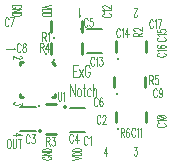
<source format=gto>
G04 DipTrace 2.4.0.2*
%INECGNCHADCBFR0402.gto*%
%MOMM*%
%ADD10C,0.25*%
%ADD14C,0.152*%
%ADD17O,0.308X0.357*%
%ADD26O,0.33X0.322*%
%ADD29O,0.322X0.33*%
%ADD32O,0.3X0.299*%
%ADD66C,0.118*%
%ADD68C,0.083*%
%ADD69C,0.111*%
%FSLAX53Y53*%
G04*
G71*
G90*
G75*
G01*
%LNTopSilk*%
%LPD*%
X14138Y13508D2*
D14*
X12838D1*
X14138Y15508D2*
X12838D1*
D17*
X14523Y13459D3*
X17025Y15448D2*
D14*
X18326D1*
X17025Y13448D2*
X18326D1*
D17*
X16641Y15496D3*
X18450Y22099D2*
D14*
X19751D1*
X18450Y20099D2*
X19751D1*
D17*
X18066Y22148D3*
X15436Y21896D2*
D10*
Y22796D1*
X18036Y21896D2*
Y22796D1*
D26*
X15668Y21335D3*
X20918Y20188D2*
D10*
Y21088D1*
X23518Y20188D2*
Y21088D1*
D26*
X21150Y19627D3*
X14976Y15798D2*
D10*
X15876D1*
X14976Y13198D2*
X15876D1*
D29*
X14414Y15566D3*
X15448Y20042D2*
D10*
Y20942D1*
X18048Y20042D2*
Y20942D1*
D26*
X15680Y19480D3*
X20782Y17204D2*
D10*
Y18104D1*
X23382Y17204D2*
Y18104D1*
D26*
X21014Y16643D3*
X20916Y14211D2*
D10*
Y15112D1*
X23516Y14211D2*
Y15112D1*
D26*
X21148Y13650D3*
X15798Y16658D2*
D10*
Y16358D1*
X15498D1*
X12798Y16658D2*
Y16358D1*
X13098D2*
X12798D1*
Y19358D2*
Y19059D1*
X13098Y19358D2*
X12798D1*
D32*
X15048Y20009D3*
X15798Y19059D2*
D10*
X15498Y19358D1*
X18541Y12900D2*
D66*
X18520Y12973D1*
X18476Y13046D1*
X18432Y13082D1*
X18345D1*
X18301Y13046D1*
X18257Y12973D1*
X18235Y12900D1*
X18213Y12791D1*
Y12608D1*
X18235Y12499D1*
X18257Y12426D1*
X18301Y12353D1*
X18345Y12316D1*
X18432D1*
X18476Y12353D1*
X18520Y12426D1*
X18541Y12499D1*
X18683Y12935D2*
X18727Y12973D1*
X18792Y13081D1*
Y12316D1*
X19626Y14679D2*
X19604Y14752D1*
X19560Y14825D1*
X19517Y14861D1*
X19430D1*
X19386Y14825D1*
X19342Y14752D1*
X19320Y14679D1*
X19298Y14570D1*
Y14387D1*
X19320Y14279D1*
X19342Y14205D1*
X19386Y14133D1*
X19430Y14096D1*
X19517D1*
X19560Y14133D1*
X19604Y14205D1*
X19626Y14279D1*
X19790Y14679D2*
Y14715D1*
X19811Y14788D1*
X19833Y14824D1*
X19877Y14861D1*
X19964D1*
X20008Y14824D1*
X20030Y14788D1*
X20052Y14715D1*
Y14642D1*
X20030Y14569D1*
X19986Y14460D1*
X19767Y14096D1*
X20074D1*
X13636Y13024D2*
X13614Y13097D1*
X13570Y13170D1*
X13526Y13206D1*
X13439D1*
X13395Y13170D1*
X13351Y13097D1*
X13329Y13024D1*
X13308Y12915D1*
Y12732D1*
X13329Y12623D1*
X13351Y12550D1*
X13395Y12477D1*
X13439Y12440D1*
X13526D1*
X13570Y12477D1*
X13614Y12550D1*
X13636Y12623D1*
X13821Y13205D2*
X14061D1*
X13930Y12914D1*
X13996D1*
X14039Y12878D1*
X14061Y12841D1*
X14083Y12732D1*
Y12659D1*
X14061Y12550D1*
X14017Y12477D1*
X13952Y12440D1*
X13886D1*
X13821Y12477D1*
X13799Y12514D1*
X13777Y12586D1*
X17297Y13090D2*
X17276Y13163D1*
X17232Y13236D1*
X17188Y13272D1*
X17101D1*
X17057Y13236D1*
X17013Y13163D1*
X16991Y13090D1*
X16969Y12981D1*
Y12798D1*
X16991Y12690D1*
X17013Y12616D1*
X17057Y12544D1*
X17101Y12507D1*
X17188D1*
X17232Y12544D1*
X17276Y12616D1*
X17297Y12690D1*
X17657Y12507D2*
Y13272D1*
X17439Y12762D1*
X17767D1*
X18543Y22918D2*
X18521Y22991D1*
X18477Y23064D1*
X18433Y23100D1*
X18346D1*
X18302Y23064D1*
X18259Y22991D1*
X18236Y22918D1*
X18215Y22809D1*
Y22626D1*
X18236Y22518D1*
X18259Y22444D1*
X18302Y22372D1*
X18346Y22335D1*
X18433D1*
X18477Y22372D1*
X18521Y22444D1*
X18543Y22518D1*
X18946Y23100D2*
X18728D1*
X18706Y22772D1*
X18728Y22808D1*
X18793Y22845D1*
X18859D1*
X18924Y22808D1*
X18968Y22736D1*
X18990Y22626D1*
Y22554D1*
X18968Y22444D1*
X18924Y22371D1*
X18859Y22335D1*
X18793D1*
X18728Y22371D1*
X18706Y22408D1*
X18684Y22480D1*
X19385Y16175D2*
X19363Y16248D1*
X19319Y16321D1*
X19276Y16357D1*
X19188D1*
X19144Y16321D1*
X19101Y16248D1*
X19078Y16175D1*
X19057Y16066D1*
Y15883D1*
X19078Y15774D1*
X19101Y15701D1*
X19144Y15629D1*
X19188Y15592D1*
X19276D1*
X19319Y15629D1*
X19363Y15701D1*
X19385Y15774D1*
X19788Y16248D2*
X19766Y16320D1*
X19701Y16356D1*
X19657D1*
X19592Y16320D1*
X19548Y16211D1*
X19526Y16029D1*
Y15847D1*
X19548Y15701D1*
X19592Y15628D1*
X19657Y15592D1*
X19679D1*
X19744Y15628D1*
X19788Y15701D1*
X19810Y15811D1*
Y15847D1*
X19788Y15956D1*
X19744Y16029D1*
X19679Y16065D1*
X19657D1*
X19592Y16029D1*
X19548Y15956D1*
X19526Y15847D1*
X11851Y22942D2*
X11829Y23015D1*
X11785Y23088D1*
X11741Y23124D1*
X11654D1*
X11610Y23088D1*
X11566Y23015D1*
X11544Y22942D1*
X11523Y22833D1*
Y22650D1*
X11544Y22541D1*
X11566Y22468D1*
X11610Y22396D1*
X11654Y22358D1*
X11741D1*
X11785Y22396D1*
X11829Y22468D1*
X11851Y22541D1*
X12079Y22358D2*
X12298Y23123D1*
X11992D1*
X12873Y20745D2*
X12851Y20817D1*
X12807Y20890D1*
X12764Y20926D1*
X12676D1*
X12633Y20890D1*
X12589Y20817D1*
X12567Y20745D1*
X12545Y20635D1*
Y20452D1*
X12567Y20344D1*
X12589Y20270D1*
X12633Y20198D1*
X12676Y20161D1*
X12764D1*
X12807Y20198D1*
X12851Y20270D1*
X12873Y20344D1*
X13123Y20926D2*
X13058Y20889D1*
X13036Y20817D1*
Y20744D1*
X13058Y20671D1*
X13102Y20634D1*
X13189Y20598D1*
X13255Y20562D1*
X13298Y20488D1*
X13320Y20416D1*
Y20307D1*
X13298Y20234D1*
X13277Y20197D1*
X13211Y20161D1*
X13123D1*
X13058Y20197D1*
X13036Y20234D1*
X13014Y20307D1*
Y20416D1*
X13036Y20488D1*
X13080Y20562D1*
X13145Y20598D1*
X13233Y20634D1*
X13277Y20671D1*
X13298Y20744D1*
Y20817D1*
X13277Y20889D1*
X13211Y20926D1*
X13123D1*
X24421Y16928D2*
X24399Y17000D1*
X24355Y17073D1*
X24312Y17110D1*
X24224D1*
X24180Y17073D1*
X24137Y17000D1*
X24115Y16928D1*
X24093Y16818D1*
Y16635D1*
X24115Y16527D1*
X24137Y16454D1*
X24180Y16381D1*
X24224Y16344D1*
X24312D1*
X24355Y16381D1*
X24399Y16454D1*
X24421Y16527D1*
X24847Y16854D2*
X24824Y16745D1*
X24781Y16672D1*
X24715Y16635D1*
X24693D1*
X24628Y16672D1*
X24584Y16745D1*
X24562Y16854D1*
Y16891D1*
X24584Y17000D1*
X24628Y17073D1*
X24693Y17109D1*
X24715D1*
X24781Y17073D1*
X24824Y17000D1*
X24847Y16854D1*
Y16672D1*
X24824Y16490D1*
X24781Y16380D1*
X24715Y16344D1*
X24672D1*
X24606Y16380D1*
X24584Y16454D1*
X24568Y14148D2*
X24496Y14126D1*
X24423Y14082D1*
X24387Y14039D1*
Y13951D1*
X24423Y13907D1*
X24496Y13864D1*
X24568Y13842D1*
X24678Y13820D1*
X24861D1*
X24969Y13842D1*
X25043Y13864D1*
X25115Y13907D1*
X25152Y13951D1*
Y14039D1*
X25115Y14082D1*
X25043Y14126D1*
X24969Y14148D1*
X24533Y14289D2*
X24496Y14333D1*
X24387Y14399D1*
X25152D1*
X24387Y14671D2*
X24424Y14606D1*
X24533Y14562D1*
X24715Y14540D1*
X24825D1*
X25006Y14562D1*
X25116Y14606D1*
X25152Y14671D1*
Y14715D1*
X25116Y14780D1*
X25006Y14824D1*
X24825Y14846D1*
X24715D1*
X24533Y14824D1*
X24424Y14780D1*
X24387Y14715D1*
Y14671D1*
X24533Y14824D2*
X25006Y14562D1*
X22577Y13593D2*
X22556Y13666D1*
X22512Y13739D1*
X22468Y13775D1*
X22381D1*
X22337Y13739D1*
X22293Y13666D1*
X22271Y13593D1*
X22249Y13484D1*
Y13301D1*
X22271Y13192D1*
X22293Y13119D1*
X22337Y13047D1*
X22381Y13009D1*
X22468D1*
X22512Y13047D1*
X22556Y13119D1*
X22577Y13192D1*
X22719Y13629D2*
X22763Y13666D1*
X22828Y13774D1*
Y13009D1*
X22969Y13629D2*
X23013Y13666D1*
X23079Y13774D1*
Y13009D1*
X19960Y23448D2*
X19887Y23426D1*
X19814Y23382D1*
X19778Y23339D1*
Y23251D1*
X19814Y23207D1*
X19887Y23164D1*
X19960Y23142D1*
X20069Y23120D1*
X20252D1*
X20361Y23142D1*
X20434Y23164D1*
X20507Y23207D1*
X20544Y23251D1*
Y23339D1*
X20507Y23382D1*
X20434Y23426D1*
X20361Y23448D1*
X19925Y23589D2*
X19887Y23633D1*
X19779Y23699D1*
X20544D1*
X19961Y23862D2*
X19925D1*
X19851Y23884D1*
X19815Y23906D1*
X19779Y23950D1*
Y24037D1*
X19815Y24080D1*
X19851Y24102D1*
X19925Y24124D1*
X19997D1*
X20070Y24102D1*
X20179Y24059D1*
X20544Y23840D1*
Y24146D1*
X19107Y19592D2*
X19085Y19664D1*
X19041Y19737D1*
X18998Y19774D1*
X18910D1*
X18866Y19737D1*
X18823Y19664D1*
X18801Y19592D1*
X18779Y19482D1*
Y19299D1*
X18801Y19191D1*
X18823Y19118D1*
X18866Y19045D1*
X18910Y19008D1*
X18998D1*
X19041Y19045D1*
X19085Y19118D1*
X19107Y19191D1*
X19248Y19627D2*
X19292Y19664D1*
X19358Y19773D1*
Y19008D1*
X19543Y19773D2*
X19783D1*
X19652Y19481D1*
X19718D1*
X19761Y19445D1*
X19783Y19409D1*
X19805Y19299D1*
Y19227D1*
X19783Y19118D1*
X19740Y19044D1*
X19674Y19008D1*
X19608D1*
X19543Y19044D1*
X19521Y19081D1*
X19499Y19154D1*
X21297Y22014D2*
X21276Y22086D1*
X21232Y22159D1*
X21188Y22195D1*
X21101D1*
X21057Y22159D1*
X21013Y22086D1*
X20991Y22014D1*
X20969Y21904D1*
Y21721D1*
X20991Y21613D1*
X21013Y21539D1*
X21057Y21467D1*
X21101Y21430D1*
X21188D1*
X21232Y21467D1*
X21276Y21539D1*
X21297Y21613D1*
X21439Y22049D2*
X21483Y22086D1*
X21548Y22195D1*
Y21430D1*
X21908D2*
Y22195D1*
X21689Y21685D1*
X22017D1*
X24583Y21420D2*
X24511Y21399D1*
X24438Y21355D1*
X24402Y21311D1*
Y21224D1*
X24438Y21180D1*
X24511Y21136D1*
X24583Y21114D1*
X24693Y21093D1*
X24876D1*
X24984Y21114D1*
X25058Y21136D1*
X25130Y21180D1*
X25167Y21224D1*
Y21311D1*
X25130Y21355D1*
X25058Y21399D1*
X24984Y21420D1*
X24548Y21562D2*
X24511Y21606D1*
X24402Y21671D1*
X25167D1*
X24402Y22075D2*
Y21856D1*
X24730Y21835D1*
X24694Y21856D1*
X24657Y21922D1*
Y21987D1*
X24694Y22053D1*
X24766Y22097D1*
X24876Y22119D1*
X24948D1*
X25058Y22097D1*
X25131Y22053D1*
X25167Y21987D1*
Y21922D1*
X25131Y21856D1*
X25094Y21835D1*
X25021Y21813D1*
X24564Y20114D2*
X24492Y20092D1*
X24419Y20048D1*
X24382Y20005D1*
Y19917D1*
X24419Y19873D1*
X24492Y19830D1*
X24564Y19808D1*
X24674Y19786D1*
X24857D1*
X24965Y19808D1*
X25038Y19830D1*
X25111Y19873D1*
X25148Y19917D1*
Y20005D1*
X25111Y20048D1*
X25038Y20092D1*
X24965Y20114D1*
X24529Y20255D2*
X24492Y20299D1*
X24383Y20365D1*
X25148D1*
X24492Y20768D2*
X24419Y20747D1*
X24383Y20681D1*
Y20637D1*
X24419Y20572D1*
X24529Y20528D1*
X24711Y20506D1*
X24893D1*
X25038Y20528D1*
X25112Y20572D1*
X25148Y20637D1*
Y20659D1*
X25112Y20724D1*
X25038Y20768D1*
X24929Y20790D1*
X24893D1*
X24783Y20768D1*
X24711Y20724D1*
X24675Y20659D1*
Y20637D1*
X24711Y20572D1*
X24783Y20528D1*
X24893Y20506D1*
X24094Y22772D2*
X24072Y22844D1*
X24028Y22918D1*
X23985Y22954D1*
X23897D1*
X23853Y22918D1*
X23810Y22844D1*
X23787Y22772D1*
X23766Y22662D1*
Y22480D1*
X23787Y22371D1*
X23810Y22298D1*
X23853Y22225D1*
X23897Y22188D1*
X23985D1*
X24028Y22225D1*
X24072Y22298D1*
X24094Y22371D1*
X24235Y22807D2*
X24279Y22844D1*
X24345Y22953D1*
Y22188D1*
X24573D2*
X24792Y22953D1*
X24486D1*
X11820Y12812D2*
X11776Y12776D1*
X11733Y12702D1*
X11710Y12630D1*
X11689Y12520D1*
Y12338D1*
X11710Y12229D1*
X11733Y12156D1*
X11776Y12083D1*
X11820Y12046D1*
X11908D1*
X11951Y12083D1*
X11995Y12156D1*
X12017Y12229D1*
X12038Y12338D1*
Y12520D1*
X12017Y12630D1*
X11995Y12702D1*
X11951Y12776D1*
X11908Y12812D1*
X11820D1*
X12180D2*
Y12265D1*
X12201Y12156D1*
X12245Y12083D1*
X12311Y12046D1*
X12354D1*
X12420Y12083D1*
X12464Y12156D1*
X12486Y12265D1*
Y12812D1*
X12780D2*
Y12046D1*
X12627Y12812D2*
X12933D1*
X14701Y21480D2*
X14898D1*
X14963Y21517D1*
X14986Y21553D1*
X15007Y21625D1*
Y21699D1*
X14986Y21771D1*
X14963Y21808D1*
X14898Y21844D1*
X14701D1*
Y21079D1*
X14854Y21480D2*
X15007Y21079D1*
X15148Y21698D2*
X15192Y21735D1*
X15258Y21844D1*
Y21079D1*
X22768Y21506D2*
Y21703D1*
X22731Y21769D1*
X22695Y21791D1*
X22623Y21813D1*
X22549D1*
X22477Y21791D1*
X22440Y21769D1*
X22404Y21703D1*
Y21506D1*
X23169D1*
X22768Y21659D2*
X23169Y21813D1*
X22586Y21976D2*
X22550D1*
X22477Y21998D1*
X22441Y22019D1*
X22405Y22063D1*
Y22151D1*
X22441Y22194D1*
X22477Y22216D1*
X22550Y22238D1*
X22623D1*
X22696Y22216D1*
X22805Y22173D1*
X23169Y21954D1*
Y22260D1*
X15014Y12629D2*
X15210D1*
X15276Y12666D1*
X15298Y12702D1*
X15320Y12775D1*
Y12848D1*
X15298Y12920D1*
X15276Y12957D1*
X15210Y12994D1*
X15014D1*
Y12228D1*
X15167Y12629D2*
X15320Y12228D1*
X15505Y12993D2*
X15745D1*
X15614Y12701D1*
X15680D1*
X15723Y12665D1*
X15745Y12629D1*
X15767Y12519D1*
Y12447D1*
X15745Y12337D1*
X15702Y12264D1*
X15636Y12228D1*
X15570D1*
X15505Y12264D1*
X15483Y12301D1*
X15461Y12374D1*
X14511Y20575D2*
X14707D1*
X14773Y20613D1*
X14795Y20649D1*
X14817Y20721D1*
Y20794D1*
X14795Y20867D1*
X14773Y20904D1*
X14707Y20940D1*
X14511D1*
Y20175D1*
X14664Y20575D2*
X14817Y20175D1*
X15177D2*
Y20939D1*
X14958Y20430D1*
X15286D1*
X23767Y17848D2*
X23964D1*
X24029Y17885D1*
X24051Y17921D1*
X24073Y17993D1*
Y18067D1*
X24051Y18139D1*
X24029Y18176D1*
X23964Y18212D1*
X23767D1*
Y17447D1*
X23920Y17848D2*
X24073Y17447D1*
X24477Y18212D2*
X24258D1*
X24237Y17884D1*
X24258Y17920D1*
X24324Y17957D1*
X24389D1*
X24455Y17920D1*
X24499Y17848D1*
X24521Y17738D1*
Y17666D1*
X24499Y17556D1*
X24455Y17483D1*
X24389Y17447D1*
X24324D1*
X24258Y17483D1*
X24237Y17520D1*
X24214Y17592D1*
X21329Y13374D2*
X21526D1*
X21592Y13411D1*
X21614Y13447D1*
X21636Y13519D1*
Y13593D1*
X21614Y13665D1*
X21592Y13702D1*
X21526Y13738D1*
X21329D1*
Y12973D1*
X21483Y13374D2*
X21636Y12973D1*
X22039Y13629D2*
X22017Y13701D1*
X21952Y13737D1*
X21908D1*
X21843Y13701D1*
X21799Y13592D1*
X21777Y13410D1*
Y13228D1*
X21799Y13082D1*
X21843Y13009D1*
X21908Y12973D1*
X21930D1*
X21995Y13009D1*
X22039Y13082D1*
X22061Y13192D1*
Y13228D1*
X22039Y13337D1*
X21995Y13410D1*
X21930Y13446D1*
X21908D1*
X21843Y13410D1*
X21799Y13337D1*
X21777Y13228D1*
X16019Y16817D2*
Y16271D1*
X16041Y16161D1*
X16085Y16089D1*
X16151Y16052D1*
X16194D1*
X16260Y16089D1*
X16304Y16161D1*
X16326Y16271D1*
Y16817D1*
X16467Y16671D2*
X16511Y16708D1*
X16576Y16816D1*
Y16052D1*
X14889Y11345D2*
D68*
X14816Y11327D1*
X14743Y11291D1*
X14707Y11254D1*
Y11182D1*
X14743Y11145D1*
X14816Y11109D1*
X14889Y11090D1*
X14998Y11072D1*
X15181D1*
X15289Y11090D1*
X15363Y11109D1*
X15435Y11145D1*
X15472Y11182D1*
Y11254D1*
X15435Y11291D1*
X15363Y11327D1*
X15289Y11345D1*
X15181D1*
Y11254D1*
X14707Y11684D2*
X15472D1*
X14707Y11429D1*
X15472D1*
X14707Y11767D2*
X15472D1*
Y11895D1*
X15435Y11950D1*
X15363Y11986D1*
X15289Y12004D1*
X15181Y12023D1*
X14998D1*
X14889Y12004D1*
X14816Y11986D1*
X14743Y11950D1*
X14707Y11895D1*
Y11767D1*
X17251Y11069D2*
X18017Y11215D1*
X17251Y11360D1*
Y11444D2*
X18017D1*
Y11571D1*
X17980Y11626D1*
X17907Y11663D1*
X17834Y11681D1*
X17726Y11699D1*
X17543D1*
X17433Y11681D1*
X17361Y11663D1*
X17288Y11626D1*
X17251Y11571D1*
Y11444D1*
Y11782D2*
X18017D1*
Y11910D1*
X17980Y11965D1*
X17907Y12001D1*
X17834Y12019D1*
X17726Y12037D1*
X17543D1*
X17433Y12019D1*
X17361Y12001D1*
X17288Y11965D1*
X17251Y11910D1*
Y11782D1*
X12721Y23921D2*
X12794Y23939D1*
X12867Y23975D1*
X12903Y24012D1*
Y24085D1*
X12867Y24121D1*
X12794Y24157D1*
X12721Y24176D1*
X12612Y24194D1*
X12429D1*
X12320Y24176D1*
X12247Y24157D1*
X12175Y24121D1*
X12138Y24085D1*
Y24012D1*
X12175Y23975D1*
X12247Y23939D1*
X12320Y23921D1*
X12429D1*
Y24012D1*
X12903Y23582D2*
X12138D1*
X12903Y23837D1*
X12138D1*
X12903Y23499D2*
X12138D1*
Y23371D1*
X12175Y23316D1*
X12247Y23280D1*
X12320Y23262D1*
X12429Y23244D1*
X12612D1*
X12721Y23262D1*
X12794Y23280D1*
X12867Y23316D1*
X12903Y23371D1*
Y23499D1*
X15477Y24163D2*
X14711Y24017D1*
X15477Y23872D1*
Y23788D2*
X14711D1*
Y23661D1*
X14748Y23606D1*
X14821Y23569D1*
X14894Y23551D1*
X15003Y23533D1*
X15185D1*
X15295Y23551D1*
X15367Y23569D1*
X15441Y23606D1*
X15477Y23661D1*
Y23788D1*
Y23450D2*
X14711D1*
Y23322D1*
X14748Y23267D1*
X14821Y23231D1*
X14894Y23213D1*
X15003Y23195D1*
X15185D1*
X15295Y23213D1*
X15367Y23231D1*
X15441Y23267D1*
X15477Y23322D1*
Y23450D1*
X22691Y23289D2*
Y23253D1*
X22673Y23179D1*
X22655Y23143D1*
X22618Y23107D1*
X22545D1*
X22509Y23143D1*
X22491Y23179D1*
X22472Y23253D1*
Y23325D1*
X22491Y23398D1*
X22527Y23507D1*
X22709Y23872D1*
X22454D1*
X17890Y23282D2*
X17853Y23245D1*
X17798Y23136D1*
Y23901D1*
X22488Y12175D2*
X22689D1*
X22579Y11883D1*
X22634D1*
X22670Y11847D1*
X22689Y11811D1*
X22707Y11701D1*
Y11629D1*
X22689Y11520D1*
X22652Y11446D1*
X22598Y11410D1*
X22543D1*
X22488Y11446D1*
X22470Y11483D1*
X22452Y11556D1*
X20126Y11383D2*
Y12148D1*
X19944Y11639D1*
X20217D1*
X12807Y19829D2*
X12843D1*
X12916Y19811D1*
X12952Y19793D1*
X12988Y19756D1*
Y19683D1*
X12952Y19647D1*
X12916Y19629D1*
X12843Y19610D1*
X12770D1*
X12697Y19629D1*
X12588Y19665D1*
X12224Y19847D1*
Y19592D1*
X13004Y15900D2*
Y15700D1*
X12713Y15809D1*
Y15754D1*
X12677Y15718D1*
X12640Y15700D1*
X12531Y15681D1*
X12458D1*
X12349Y15700D1*
X12276Y15736D1*
X12239Y15791D1*
Y15846D1*
X12276Y15900D1*
X12313Y15918D1*
X12385Y15937D1*
X12233Y13117D2*
X12998D1*
X12489Y13299D1*
Y13026D1*
X12263Y20547D2*
X12300Y20510D1*
X12409Y20455D1*
X11644D1*
X17698Y19087D2*
D69*
X17319D1*
Y18066D1*
X17698D1*
X17319Y18601D2*
X17552D1*
X17831Y18747D2*
X18152Y18066D1*
Y18747D2*
X17831Y18066D1*
X18723Y18845D2*
X18694Y18941D1*
X18635Y19039D1*
X18577Y19087D1*
X18460D1*
X18402Y19039D1*
X18344Y18941D1*
X18314Y18845D1*
X18285Y18699D1*
Y18455D1*
X18314Y18310D1*
X18344Y18212D1*
X18402Y18116D1*
X18460Y18066D1*
X18577D1*
X18635Y18116D1*
X18694Y18212D1*
X18723Y18310D1*
Y18455D1*
X18577D1*
X17466Y17433D2*
Y16412D1*
X17057Y17433D1*
Y16412D1*
X17745Y17092D2*
X17687Y17044D1*
X17628Y16946D1*
X17599Y16800D1*
Y16704D1*
X17628Y16558D1*
X17687Y16461D1*
X17745Y16412D1*
X17832D1*
X17891Y16461D1*
X17949Y16558D1*
X17978Y16704D1*
Y16800D1*
X17949Y16946D1*
X17891Y17044D1*
X17832Y17092D1*
X17745D1*
X18199Y17433D2*
Y16606D1*
X18228Y16461D1*
X18287Y16412D1*
X18345D1*
X18112Y17092D2*
X18316D1*
X18829Y16946D2*
X18770Y17044D1*
X18711Y17092D1*
X18624D1*
X18566Y17044D1*
X18508Y16946D1*
X18478Y16800D1*
Y16704D1*
X18508Y16558D1*
X18566Y16461D1*
X18624Y16412D1*
X18711D1*
X18770Y16461D1*
X18829Y16558D1*
X18962Y17433D2*
Y16412D1*
Y16898D2*
X19050Y17044D1*
X19108Y17092D1*
X19196D1*
X19254Y17044D1*
X19283Y16898D1*
Y16412D1*
M02*

</source>
